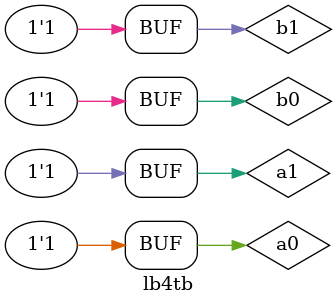
<source format=sv>
module lb4tb;
    logic a0, a1, b0, b1;
    logic r, g, b; // Assuming r, g, and b are outputs

    lb4 UUT (
        .r(r), 
        .g(g), 
        .b(b), 
        .a0(a0), 
        .a1(a1), 
        .b0(b0), 
        .b1(b1));

    initial begin
        // Values for a and b
        a0 = 0; a1 = 0; b0 = 0; b1 = 0;
        #10;
        a0 = 0; a1 = 0; b0 = 0; b1 = 1;
        #10;
        a0 = 0; a1 = 0; b0 = 1; b1 = 0;
        #10;
        a0 = 0; a1 = 0; b0 = 1; b1 = 1;
        #10;
        a0 = 0; a1 = 1; b0 = 0; b1 = 0;
        #10;
        a0 = 0; a1 = 1; b0 = 0; b1 = 1;
        #10;
        a0 = 0; a1 = 1; b0 = 1; b1 = 0;
        #10;
        a0 = 0; a1 = 1; b0 = 1; b1 = 1;
        #10;
        a0 = 1; a1 = 0; b0 = 0; b1 = 0;
        #10;
        a0 = 1; a1 = 0; b0 = 0; b1 = 1;
        #10;
        a0 = 1; a1 = 0; b0 = 1; b1 = 0;
        #10;
        a0 = 1; a1 = 0; b0 = 1; b1 = 1;
        #10;
        a0 = 1; a1 = 1; b0 = 0; b1 = 0;
        #10;
        a0 = 1; a1 = 1; b0 = 0; b1 = 1;
        #10;
        a0 = 1; a1 = 1; b0 = 1; b1 = 0;
        #10;
        a0 = 1; a1 = 1; b0 = 1; b1 = 1;
        #10;
    end
endmodule

</source>
